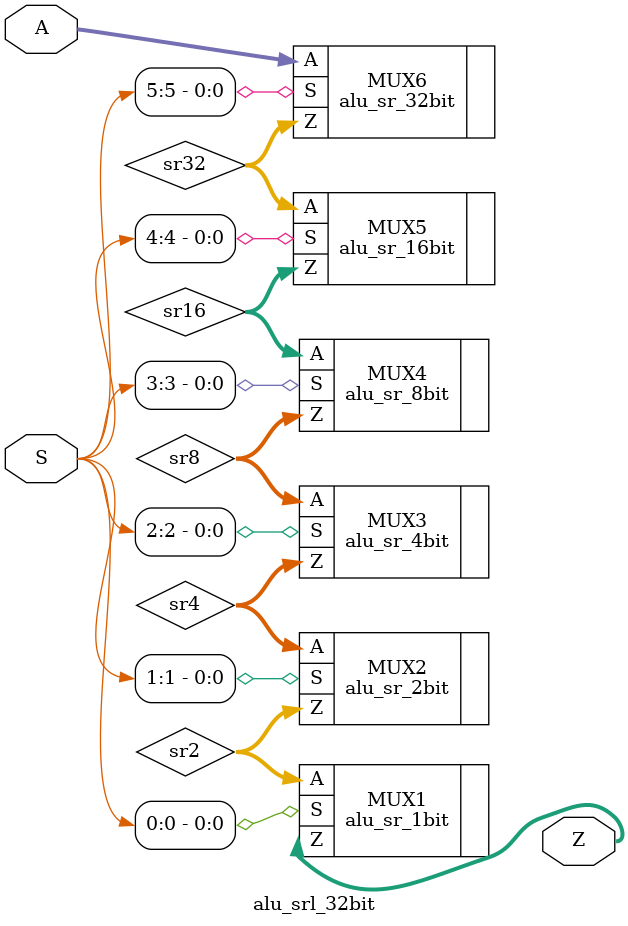
<source format=v>
`timescale 1ns / 1ps
`default_nettype none
module alu_srl_32bit(A, S, Z);

    parameter N = 32;

	//port definitions

	input wire [(N-1):0] A;
	input wire [5:0]S;
    output wire [(N-1):0] Z;
    wire [(N-1):0] sr2, sr4, sr8, sr16, sr32;

	alu_sr_32bit #(.N(N)) MUX6 (.A(A), .S(S[5]), .Z(sr32));
	alu_sr_16bit #(.N(N)) MUX5 (.A(sr32), .S(S[4]), .Z(sr16));
	alu_sr_8bit #(.N(N)) MUX4 (.A(sr16), .S(S[3]), .Z(sr8));
	alu_sr_4bit #(.N(N)) MUX3 (.A(sr8), .S(S[2]), .Z(sr4));

	alu_sr_2bit #(.N(N)) MUX2 (.A(sr4), .S(S[1]), .Z(sr2));
	alu_sr_1bit #(.N(N)) MUX1 (.A(sr2), .S(S[0]), .Z(Z));
endmodule
`default_nettype wire

</source>
